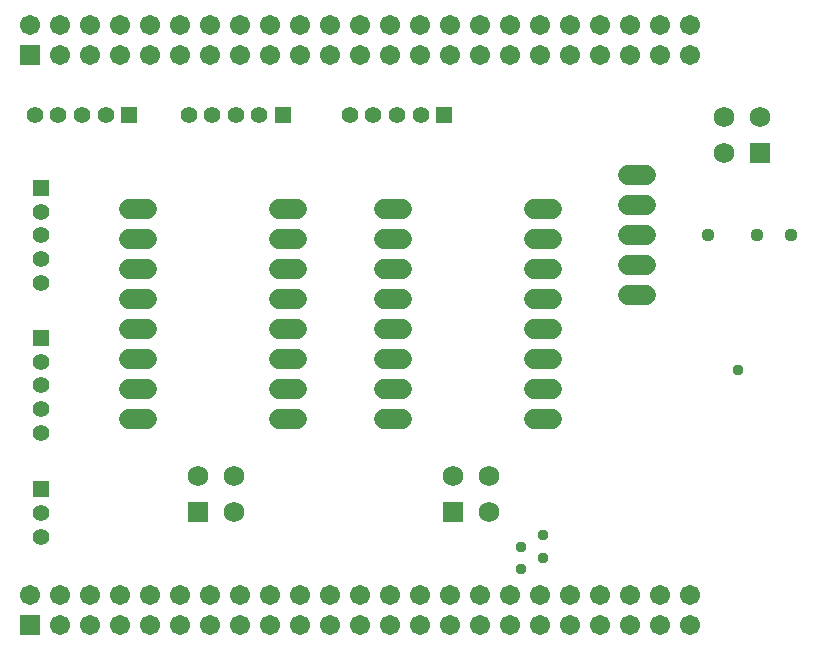
<source format=gbs>
G75*
%MOIN*%
%OFA0B0*%
%FSLAX25Y25*%
%IPPOS*%
%LPD*%
%AMOC8*
5,1,8,0,0,1.08239X$1,22.5*
%
%ADD10R,0.06824X0.06824*%
%ADD11C,0.06824*%
%ADD12C,0.06800*%
%ADD13R,0.06706X0.06706*%
%ADD14C,0.06706*%
%ADD15R,0.05600X0.05600*%
%ADD16C,0.05600*%
%ADD17C,0.04369*%
%ADD18C,0.03778*%
D10*
X0071250Y0047144D03*
X0156250Y0047144D03*
X0258406Y0166800D03*
D11*
X0246594Y0166800D03*
X0246594Y0178611D03*
X0258406Y0178611D03*
X0168061Y0058956D03*
X0156250Y0058956D03*
X0168061Y0047144D03*
X0083061Y0047144D03*
X0083061Y0058956D03*
X0071250Y0058956D03*
D12*
X0054250Y0078050D02*
X0048250Y0078050D01*
X0048250Y0088050D02*
X0054250Y0088050D01*
X0054250Y0098050D02*
X0048250Y0098050D01*
X0048250Y0108050D02*
X0054250Y0108050D01*
X0054250Y0118050D02*
X0048250Y0118050D01*
X0048250Y0128050D02*
X0054250Y0128050D01*
X0054250Y0138050D02*
X0048250Y0138050D01*
X0048250Y0148050D02*
X0054250Y0148050D01*
X0098250Y0148050D02*
X0104250Y0148050D01*
X0104250Y0138050D02*
X0098250Y0138050D01*
X0098250Y0128050D02*
X0104250Y0128050D01*
X0104250Y0118050D02*
X0098250Y0118050D01*
X0098250Y0108050D02*
X0104250Y0108050D01*
X0104250Y0098050D02*
X0098250Y0098050D01*
X0098250Y0088050D02*
X0104250Y0088050D01*
X0104250Y0078050D02*
X0098250Y0078050D01*
X0133250Y0078050D02*
X0139250Y0078050D01*
X0139250Y0088050D02*
X0133250Y0088050D01*
X0133250Y0098050D02*
X0139250Y0098050D01*
X0139250Y0108050D02*
X0133250Y0108050D01*
X0133250Y0118050D02*
X0139250Y0118050D01*
X0139250Y0128050D02*
X0133250Y0128050D01*
X0133250Y0138050D02*
X0139250Y0138050D01*
X0139250Y0148050D02*
X0133250Y0148050D01*
X0183250Y0148050D02*
X0189250Y0148050D01*
X0189250Y0138050D02*
X0183250Y0138050D01*
X0183250Y0128050D02*
X0189250Y0128050D01*
X0189250Y0118050D02*
X0183250Y0118050D01*
X0183250Y0108050D02*
X0189250Y0108050D01*
X0189250Y0098050D02*
X0183250Y0098050D01*
X0183250Y0088050D02*
X0189250Y0088050D01*
X0189250Y0078050D02*
X0183250Y0078050D01*
X0214500Y0119300D02*
X0220500Y0119300D01*
X0220500Y0129300D02*
X0214500Y0129300D01*
X0214500Y0139300D02*
X0220500Y0139300D01*
X0220500Y0149300D02*
X0214500Y0149300D01*
X0214500Y0159300D02*
X0220500Y0159300D01*
D13*
X0015000Y0009300D03*
X0015000Y0199300D03*
D14*
X0025000Y0199300D03*
X0035000Y0199300D03*
X0045000Y0199300D03*
X0055000Y0199300D03*
X0065000Y0199300D03*
X0075000Y0199300D03*
X0085000Y0199300D03*
X0095000Y0199300D03*
X0105000Y0199300D03*
X0115000Y0199300D03*
X0125000Y0199300D03*
X0135000Y0199300D03*
X0145000Y0199300D03*
X0155000Y0199300D03*
X0165000Y0199300D03*
X0175000Y0199300D03*
X0185000Y0199300D03*
X0195000Y0199300D03*
X0205000Y0199300D03*
X0215000Y0199300D03*
X0225000Y0199300D03*
X0235000Y0199300D03*
X0235000Y0209300D03*
X0225000Y0209300D03*
X0215000Y0209300D03*
X0205000Y0209300D03*
X0195000Y0209300D03*
X0185000Y0209300D03*
X0175000Y0209300D03*
X0165000Y0209300D03*
X0155000Y0209300D03*
X0145000Y0209300D03*
X0135000Y0209300D03*
X0125000Y0209300D03*
X0115000Y0209300D03*
X0105000Y0209300D03*
X0095000Y0209300D03*
X0085000Y0209300D03*
X0075000Y0209300D03*
X0065000Y0209300D03*
X0055000Y0209300D03*
X0045000Y0209300D03*
X0035000Y0209300D03*
X0025000Y0209300D03*
X0015000Y0209300D03*
X0015000Y0019300D03*
X0025000Y0019300D03*
X0035000Y0019300D03*
X0045000Y0019300D03*
X0055000Y0019300D03*
X0065000Y0019300D03*
X0065000Y0009300D03*
X0055000Y0009300D03*
X0045000Y0009300D03*
X0035000Y0009300D03*
X0025000Y0009300D03*
X0075000Y0009300D03*
X0085000Y0009300D03*
X0095000Y0009300D03*
X0105000Y0009300D03*
X0115000Y0009300D03*
X0115000Y0019300D03*
X0105000Y0019300D03*
X0095000Y0019300D03*
X0085000Y0019300D03*
X0075000Y0019300D03*
X0125000Y0019300D03*
X0135000Y0019300D03*
X0145000Y0019300D03*
X0155000Y0019300D03*
X0165000Y0019300D03*
X0165000Y0009300D03*
X0155000Y0009300D03*
X0145000Y0009300D03*
X0135000Y0009300D03*
X0125000Y0009300D03*
X0175000Y0009300D03*
X0185000Y0009300D03*
X0195000Y0009300D03*
X0205000Y0009300D03*
X0215000Y0009300D03*
X0215000Y0019300D03*
X0205000Y0019300D03*
X0195000Y0019300D03*
X0185000Y0019300D03*
X0175000Y0019300D03*
X0225000Y0019300D03*
X0235000Y0019300D03*
X0235000Y0009300D03*
X0225000Y0009300D03*
D15*
X0018750Y0054674D03*
X0018750Y0105048D03*
X0018750Y0155048D03*
X0048248Y0179300D03*
X0099498Y0179300D03*
X0153248Y0179300D03*
D16*
X0145374Y0179300D03*
X0137500Y0179300D03*
X0129626Y0179300D03*
X0121752Y0179300D03*
X0091624Y0179300D03*
X0083750Y0179300D03*
X0075876Y0179300D03*
X0068002Y0179300D03*
X0040374Y0179300D03*
X0032500Y0179300D03*
X0024626Y0179300D03*
X0016752Y0179300D03*
X0018750Y0147174D03*
X0018750Y0139300D03*
X0018750Y0131426D03*
X0018750Y0123552D03*
X0018750Y0097174D03*
X0018750Y0089300D03*
X0018750Y0081426D03*
X0018750Y0073552D03*
X0018750Y0046800D03*
X0018750Y0038926D03*
D17*
X0241250Y0139300D03*
X0257500Y0139300D03*
X0268750Y0139300D03*
D18*
X0251250Y0094300D03*
X0186250Y0039300D03*
X0178750Y0035550D03*
X0186250Y0031800D03*
X0178750Y0028050D03*
M02*

</source>
